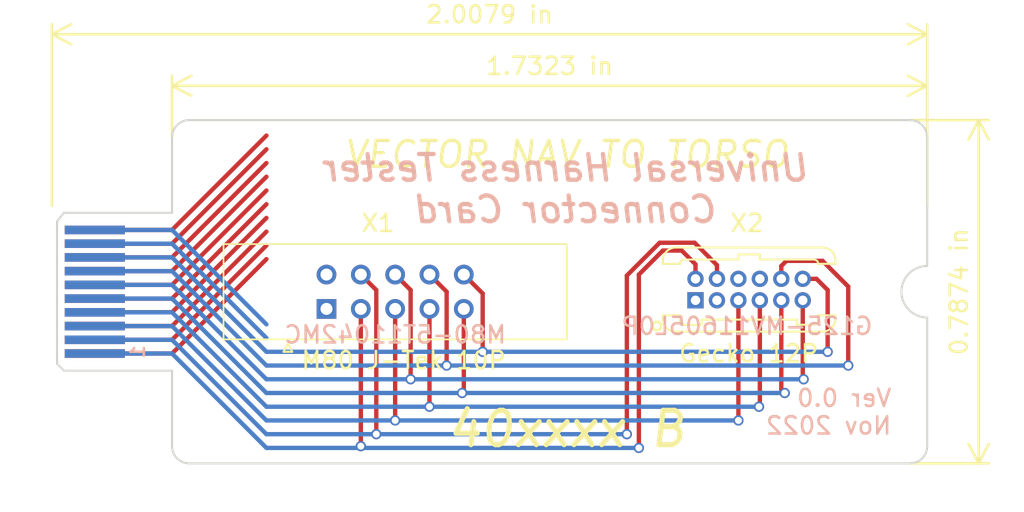
<source format=kicad_pcb>
(kicad_pcb (version 20171130) (host pcbnew "(5.1.10)-1")

  (general
    (thickness 1.6)
    (drawings 12)
    (tracks 117)
    (zones 0)
    (modules 3)
    (nets 9)
  )

  (page A)
  (title_block
    (title "Beetje 32U4 Blok")
    (date 2018-08-10)
    (rev 0.0)
    (company www.MakersBox.us)
    (comment 1 648.ken@gmail.com)
  )

  (layers
    (0 F.Cu signal)
    (31 B.Cu signal)
    (32 B.Adhes user)
    (33 F.Adhes user)
    (34 B.Paste user)
    (35 F.Paste user)
    (36 B.SilkS user hide)
    (37 F.SilkS user)
    (38 B.Mask user)
    (39 F.Mask user)
    (40 Dwgs.User user)
    (41 Cmts.User user)
    (42 Eco1.User user)
    (43 Eco2.User user)
    (44 Edge.Cuts user)
    (45 Margin user)
    (46 B.CrtYd user hide)
    (47 F.CrtYd user)
    (48 B.Fab user hide)
    (49 F.Fab user)
  )

  (setup
    (last_trace_width 0.25)
    (user_trace_width 0.254)
    (user_trace_width 0.3048)
    (user_trace_width 0.3556)
    (user_trace_width 0.4064)
    (user_trace_width 0.6096)
    (trace_clearance 0.2)
    (zone_clearance 0.35)
    (zone_45_only no)
    (trace_min 0.2)
    (via_size 0.6)
    (via_drill 0.4)
    (via_min_size 0.4)
    (via_min_drill 0.3)
    (uvia_size 0.3)
    (uvia_drill 0.1)
    (uvias_allowed no)
    (uvia_min_size 0.2)
    (uvia_min_drill 0.1)
    (edge_width 0.15)
    (segment_width 0.2)
    (pcb_text_width 0.3)
    (pcb_text_size 1.5 1.5)
    (mod_edge_width 0.15)
    (mod_text_size 1 1)
    (mod_text_width 0.15)
    (pad_size 0.5 3.500001)
    (pad_drill 0)
    (pad_to_mask_clearance 0)
    (aux_axis_origin 0 0)
    (grid_origin 137 87)
    (visible_elements 7FFFFFFF)
    (pcbplotparams
      (layerselection 0x010f0_80000001)
      (usegerberextensions false)
      (usegerberattributes true)
      (usegerberadvancedattributes true)
      (creategerberjobfile true)
      (excludeedgelayer true)
      (linewidth 0.100000)
      (plotframeref false)
      (viasonmask false)
      (mode 1)
      (useauxorigin false)
      (hpglpennumber 1)
      (hpglpenspeed 20)
      (hpglpendiameter 15.000000)
      (psnegative false)
      (psa4output false)
      (plotreference true)
      (plotvalue true)
      (plotinvisibletext false)
      (padsonsilk false)
      (subtractmaskfromsilk false)
      (outputformat 1)
      (mirror false)
      (drillshape 0)
      (scaleselection 1)
      (outputdirectory "gerbers/"))
  )

  (net 0 "")
  (net 1 /01)
  (net 2 /02)
  (net 3 /04)
  (net 4 /05)
  (net 5 /06)
  (net 6 /07)
  (net 7 /08)
  (net 8 /03)

  (net_class Default "This is the default net class."
    (clearance 0.2)
    (trace_width 0.25)
    (via_dia 0.6)
    (via_drill 0.4)
    (uvia_dia 0.3)
    (uvia_drill 0.1)
    (add_net /01)
    (add_net /02)
    (add_net /03)
    (add_net /04)
    (add_net /05)
    (add_net /06)
    (add_net /07)
    (add_net /08)
  )

  (module footprints:Harwin_Gecko-G125-MVX1205L0X_2x06_P1.25mm_Vertical (layer F.Cu) (tedit 63711ABB) (tstamp 6371DCCC)
    (at 147.5 87.5)
    (descr "Harwin Gecko Connector, 12 pins, dual row male, vertical entry, no latches, PN:G125-MVX1205L0X")
    (tags "connector harwin gecko")
    (path /6374F9C9)
    (fp_text reference X2 (at 3 -4.5) (layer F.SilkS)
      (effects (font (size 1 1) (thickness 0.15)))
    )
    (fp_text value "Gecko 12P" (at 3.1 3.1) (layer F.SilkS)
      (effects (font (size 1 1) (thickness 0.15)))
    )
    (fp_line (start 0.3 0.85) (end 0 0.25) (layer F.Fab) (width 0.1))
    (fp_line (start -0.3 0.85) (end 0.3 0.85) (layer F.Fab) (width 0.1))
    (fp_line (start 0 0.25) (end -0.3 0.85) (layer F.Fab) (width 0.1))
    (fp_line (start 8.65 -3.58) (end -2.4 -3.58) (layer F.CrtYd) (width 0.05))
    (fp_line (start 8.65 -2.58) (end 8.65 -3.58) (layer F.CrtYd) (width 0.05))
    (fp_line (start -2.4 -2.58) (end 8.65 -2.58) (layer F.CrtYd) (width 0.05))
    (fp_line (start -2.4 -3.58) (end -2.4 -2.58) (layer F.CrtYd) (width 0.05))
    (fp_line (start 7.15 1.175) (end 7.15 0.875) (layer F.Fab) (width 0.1))
    (fp_line (start -0.9 1.175) (end -0.9 0.875) (layer F.Fab) (width 0.1))
    (fp_line (start -0.9 0.875) (end -0.9 0.875) (layer F.Fab) (width 0.1))
    (fp_line (start -1.9 0.875) (end -0.9 0.875) (layer F.Fab) (width 0.1))
    (fp_line (start -1.9 1.075) (end -1.9 0.875) (layer F.Fab) (width 0.1))
    (fp_line (start 7.15 0.875) (end 7.15 0.875) (layer F.Fab) (width 0.1))
    (fp_line (start 8.15 0.875) (end 7.15 0.875) (layer F.Fab) (width 0.1))
    (fp_line (start 8.15 1.075) (end 8.15 0.875) (layer F.Fab) (width 0.1))
    (fp_line (start 7.15 -2.125) (end 7.15 -2.125) (layer F.Fab) (width 0.1))
    (fp_line (start 8.15 -2.125) (end 7.15 -2.125) (layer F.Fab) (width 0.1))
    (fp_line (start 8.15 -2.325) (end 8.15 -2.125) (layer F.Fab) (width 0.1))
    (fp_line (start -0.9 -2.125) (end -0.9 -2.125) (layer F.Fab) (width 0.1))
    (fp_line (start -1.9 -2.125) (end -0.9 -2.125) (layer F.Fab) (width 0.1))
    (fp_line (start -1.9 -2.325) (end -1.9 -2.125) (layer F.Fab) (width 0.1))
    (fp_line (start 3.75 -2.375) (end 6.9 -2.375) (layer F.Fab) (width 0.1))
    (fp_line (start 3.75 -2.675) (end 3.75 -2.375) (layer F.Fab) (width 0.1))
    (fp_line (start 2.5 -2.675) (end 3.75 -2.675) (layer F.Fab) (width 0.1))
    (fp_line (start 2.5 -2.375) (end 2.5 -2.675) (layer F.Fab) (width 0.1))
    (fp_line (start -0.65 -2.375) (end 2.5 -2.375) (layer F.Fab) (width 0.1))
    (fp_line (start 5.9 1.425) (end 6.9 1.425) (layer F.Fab) (width 0.1))
    (fp_line (start 5.9 1.125) (end 5.9 1.425) (layer F.Fab) (width 0.1))
    (fp_line (start 0.35 1.125) (end 5.9 1.125) (layer F.Fab) (width 0.1))
    (fp_line (start 0.35 1.425) (end 0.35 1.125) (layer F.Fab) (width 0.1))
    (fp_line (start -0.65 1.425) (end 0.35 1.425) (layer F.Fab) (width 0.1))
    (fp_line (start -1.15 1.825) (end 7.4 1.825) (layer F.Fab) (width 0.1))
    (fp_line (start -1.15 -3.075) (end 7.4 -3.075) (layer F.Fab) (width 0.1))
    (fp_line (start 7.15 1.175) (end 7.15 0.875) (layer F.SilkS) (width 0.12))
    (fp_line (start -0.9 1.175) (end -0.9 0.875) (layer F.SilkS) (width 0.12))
    (fp_line (start -0.9 0.875) (end -0.9 0.875) (layer F.SilkS) (width 0.12))
    (fp_line (start -1.9 0.875) (end -0.9 0.875) (layer F.SilkS) (width 0.12))
    (fp_line (start -1.9 1.075) (end -1.9 0.875) (layer F.SilkS) (width 0.12))
    (fp_line (start 7.15 0.875) (end 7.15 0.875) (layer F.SilkS) (width 0.12))
    (fp_line (start 8.15 0.875) (end 7.15 0.875) (layer F.SilkS) (width 0.12))
    (fp_line (start 8.15 1.075) (end 8.15 0.875) (layer F.SilkS) (width 0.12))
    (fp_line (start 7.15 -2.125) (end 7.15 -2.125) (layer F.SilkS) (width 0.12))
    (fp_line (start 8.15 -2.125) (end 7.15 -2.125) (layer F.SilkS) (width 0.12))
    (fp_line (start 8.15 -2.325) (end 8.15 -2.125) (layer F.SilkS) (width 0.12))
    (fp_line (start -0.9 -2.125) (end -0.9 -2.125) (layer F.SilkS) (width 0.12))
    (fp_line (start -1.9 -2.125) (end -0.9 -2.125) (layer F.SilkS) (width 0.12))
    (fp_line (start -1.9 -2.325) (end -1.9 -2.125) (layer F.SilkS) (width 0.12))
    (fp_line (start 3.75 -2.375) (end 6.9 -2.375) (layer F.SilkS) (width 0.12))
    (fp_line (start 3.75 -2.675) (end 3.75 -2.375) (layer F.SilkS) (width 0.12))
    (fp_line (start 2.5 -2.675) (end 3.75 -2.675) (layer F.SilkS) (width 0.12))
    (fp_line (start 2.5 -2.375) (end 2.5 -2.675) (layer F.SilkS) (width 0.12))
    (fp_line (start -0.65 -2.375) (end 2.5 -2.375) (layer F.SilkS) (width 0.12))
    (fp_line (start 5.9 1.425) (end 6.9 1.425) (layer F.SilkS) (width 0.12))
    (fp_line (start 5.9 1.125) (end 5.9 1.425) (layer F.SilkS) (width 0.12))
    (fp_line (start 0.35 1.125) (end 5.9 1.125) (layer F.SilkS) (width 0.12))
    (fp_line (start 0.35 1.425) (end 0.35 1.125) (layer F.SilkS) (width 0.12))
    (fp_line (start -0.65 1.425) (end 0.35 1.425) (layer F.SilkS) (width 0.12))
    (fp_line (start -1.15 1.825) (end 7.4 1.825) (layer F.SilkS) (width 0.12))
    (fp_line (start -1.15 -3.075) (end 7.4 -3.075) (layer F.SilkS) (width 0.12))
    (fp_circle (center -2.25 1.5) (end -2 1.5) (layer F.SilkS) (width 0.15))
    (fp_text user G125-MV11605L0P (at 3 1.5) (layer B.SilkS)
      (effects (font (size 1 1) (thickness 0.15)) (justify mirror))
    )
    (fp_text user %R (at 3.125 0) (layer F.Fab)
      (effects (font (size 1 1) (thickness 0.15)))
    )
    (fp_arc (start -0.65 1.175) (end -0.65 1.425) (angle 90) (layer F.Fab) (width 0.1))
    (fp_arc (start 6.9 1.175) (end 7.15 1.175) (angle 90) (layer F.Fab) (width 0.1))
    (fp_arc (start 6.9 -2.125) (end 6.9 -2.375) (angle 90) (layer F.Fab) (width 0.1))
    (fp_arc (start -0.65 -2.125) (end -0.9 -2.125) (angle 90) (layer F.Fab) (width 0.1))
    (fp_arc (start -1.15 1.075) (end -1.15 1.825) (angle 90) (layer F.Fab) (width 0.1))
    (fp_arc (start 7.4 1.075) (end 8.15 1.075) (angle 90) (layer F.Fab) (width 0.1))
    (fp_arc (start 7.4 -2.325) (end 7.4 -3.075) (angle 90) (layer F.Fab) (width 0.1))
    (fp_arc (start -1.15 -2.325) (end -1.9 -2.325) (angle 90) (layer F.Fab) (width 0.1))
    (fp_arc (start -0.65 1.175) (end -0.65 1.425) (angle 90) (layer F.SilkS) (width 0.12))
    (fp_arc (start 6.9 1.175) (end 7.15 1.175) (angle 90) (layer F.SilkS) (width 0.12))
    (fp_arc (start 6.9 -2.125) (end 6.9 -2.375) (angle 90) (layer F.SilkS) (width 0.12))
    (fp_arc (start -0.65 -2.125) (end -0.9 -2.125) (angle 90) (layer F.SilkS) (width 0.12))
    (fp_arc (start -1.15 1.075) (end -1.15 1.825) (angle 90) (layer F.SilkS) (width 0.12))
    (fp_arc (start 7.4 1.075) (end 8.15 1.075) (angle 90) (layer F.SilkS) (width 0.12))
    (fp_arc (start 7.4 -2.325) (end 7.4 -3.075) (angle 90) (layer F.SilkS) (width 0.12))
    (fp_arc (start -1.15 -2.325) (end -1.9 -2.325) (angle 90) (layer F.SilkS) (width 0.12))
    (pad 12 thru_hole circle (at 6.25 -1.25) (size 0.95 0.95) (drill 0.55) (layers *.Cu *.Mask)
      (net 7 /08))
    (pad 11 thru_hole circle (at 5 -1.25) (size 0.95 0.95) (drill 0.55) (layers *.Cu *.Mask)
      (net 6 /07))
    (pad 10 thru_hole circle (at 3.75 -1.25) (size 0.95 0.95) (drill 0.55) (layers *.Cu *.Mask))
    (pad 9 thru_hole circle (at 2.5 -1.25) (size 0.95 0.95) (drill 0.55) (layers *.Cu *.Mask))
    (pad 8 thru_hole circle (at 1.25 -1.25) (size 0.95 0.95) (drill 0.55) (layers *.Cu *.Mask)
      (net 2 /02))
    (pad 7 thru_hole circle (at 0 -1.25) (size 0.95 0.95) (drill 0.55) (layers *.Cu *.Mask)
      (net 1 /01))
    (pad 6 thru_hole circle (at 6.25 0) (size 0.95 0.95) (drill 0.55) (layers *.Cu *.Mask)
      (net 5 /06))
    (pad 5 thru_hole circle (at 5 0) (size 0.95 0.95) (drill 0.55) (layers *.Cu *.Mask)
      (net 4 /05))
    (pad 4 thru_hole circle (at 3.75 0) (size 0.95 0.95) (drill 0.55) (layers *.Cu *.Mask)
      (net 3 /04))
    (pad 3 thru_hole circle (at 2.5 0) (size 0.95 0.95) (drill 0.55) (layers *.Cu *.Mask)
      (net 8 /03))
    (pad 2 thru_hole circle (at 1.25 0) (size 0.95 0.95) (drill 0.55) (layers *.Cu *.Mask))
    (pad 1 thru_hole rect (at 0 0) (size 0.95 0.95) (drill 0.55) (layers *.Cu *.Mask))
    (model ${KIPRJMOD}/3D/G125-MV11205L0P.stp
      (offset (xyz 3 0.5 1.5))
      (scale (xyz 1 1 1))
      (rotate (xyz -90 0 0))
    )
  )

  (module footprints:M80-5T110YYMC (layer F.Cu) (tedit 6371191E) (tstamp 6371DC6F)
    (at 126 88)
    (descr M80-5T110YYMC)
    (tags Connector)
    (path /638CCD3C)
    (fp_text reference X1 (at 3 -5) (layer F.SilkS)
      (effects (font (size 1 1) (thickness 0.15)))
    )
    (fp_text value "M80 J-Tek 10P" (at 4.5 3) (layer F.SilkS)
      (effects (font (size 1 1) (thickness 0.15)))
    )
    (fp_line (start -7 2.775) (end -7 -4.775) (layer F.CrtYd) (width 0.05))
    (fp_line (start 15 2.775) (end -7 2.775) (layer F.CrtYd) (width 0.05))
    (fp_line (start 15 -4.775) (end 15 2.775) (layer F.CrtYd) (width 0.05))
    (fp_line (start -7 -4.775) (end 15 -4.775) (layer F.CrtYd) (width 0.05))
    (fp_line (start -6 1.775) (end -6 -3.775) (layer F.SilkS) (width 0.1))
    (fp_line (start 14 1.775) (end -6 1.775) (layer F.SilkS) (width 0.1))
    (fp_line (start 14 -3.775) (end 14 1.775) (layer F.SilkS) (width 0.1))
    (fp_line (start -6 -3.775) (end 14 -3.775) (layer F.SilkS) (width 0.1))
    (fp_line (start -6 1.775) (end -6 -3.775) (layer F.Fab) (width 0.2))
    (fp_line (start 14 1.775) (end -6 1.775) (layer F.Fab) (width 0.2))
    (fp_line (start 14 -3.775) (end 14 1.775) (layer F.Fab) (width 0.2))
    (fp_line (start -6 -3.775) (end 14 -3.775) (layer F.Fab) (width 0.2))
    (fp_line (start -2.25 2) (end -2.5 2.5) (layer F.SilkS) (width 0.12))
    (fp_line (start -2.5 2.5) (end -2 2.5) (layer F.SilkS) (width 0.12))
    (fp_line (start -2 2.5) (end -2.25 2) (layer F.SilkS) (width 0.12))
    (fp_text user M80-5T11042MC (at 4 1.5) (layer B.SilkS)
      (effects (font (size 1 1) (thickness 0.15)) (justify mirror))
    )
    (fp_text user %R (at 3 -5) (layer F.Fab)
      (effects (font (size 1 1) (thickness 0.15)))
    )
    (pad 10 thru_hole circle (at 8 -2) (size 1.15 1.15) (drill 0.7) (layers *.Cu *.Mask)
      (net 7 /08))
    (pad 9 thru_hole circle (at 6 -2) (size 1.15 1.15) (drill 0.7) (layers *.Cu *.Mask)
      (net 6 /07))
    (pad 8 thru_hole circle (at 4 -2) (size 1.15 1.15) (drill 0.7) (layers *.Cu *.Mask)
      (net 5 /06))
    (pad 7 thru_hole circle (at 2 -2) (size 1.15 1.15) (drill 0.7) (layers *.Cu *.Mask)
      (net 2 /02))
    (pad 6 thru_hole circle (at 0 -2) (size 1.15 1.15) (drill 0.7) (layers *.Cu *.Mask))
    (pad 5 thru_hole circle (at 8 0) (size 1.15 1.15) (drill 0.7) (layers *.Cu *.Mask)
      (net 4 /05))
    (pad 4 thru_hole circle (at 6 0) (size 1.15 1.15) (drill 0.7) (layers *.Cu *.Mask)
      (net 3 /04))
    (pad 3 thru_hole circle (at 4 0) (size 1.15 1.15) (drill 0.7) (layers *.Cu *.Mask)
      (net 8 /03))
    (pad 2 thru_hole circle (at 2 0) (size 1.15 1.15) (drill 0.7) (layers *.Cu *.Mask)
      (net 1 /01))
    (pad 1 thru_hole rect (at 0 0) (size 1.15 1.15) (drill 0.7) (layers *.Cu *.Mask))
    (model ${KIPRJMOD}/3D/M80-5T11042MC.stp
      (offset (xyz 4 1 2))
      (scale (xyz 1 1 1))
      (rotate (xyz -90 0 0))
    )
  )

  (module footprints:MEC8_card locked (layer F.Cu) (tedit 63706177) (tstamp 63714F1F)
    (at 112.5 87 90)
    (descr "0.8mm RIGHT ANGLE EDGE CARD ASSEMBLY.")
    (path /63BB3F50)
    (fp_text reference J0 (at 0 -3.5 90) (layer F.SilkS) hide
      (effects (font (size 0.788457 0.788457) (thickness 0.15)))
    )
    (fp_text value Edge (at -0.1 -4.8 90) (layer F.Fab)
      (effects (font (size 0.787685 0.787685) (thickness 0.15)))
    )
    (fp_line (start 4.6 -1.8) (end 4.6 4.5) (layer Edge.Cuts) (width 0.12))
    (fp_line (start -4.6 -1.8) (end -4.6 4.5) (layer Edge.Cuts) (width 0.12))
    (fp_line (start 4.1 -2.2) (end -4.2 -2.2) (layer Edge.Cuts) (width 0.12))
    (fp_line (start 4.6 -1.8) (end 4.1 -2.2) (layer Edge.Cuts) (width 0.12))
    (fp_line (start -4.6 -1.8) (end -4.2 -2.2) (layer Edge.Cuts) (width 0.12))
    (fp_line (start -10 5.5) (end -10 47.5) (layer Edge.Cuts) (width 0.12))
    (fp_line (start -4.6 4.5) (end -9 4.5) (layer Edge.Cuts) (width 0.12))
    (fp_line (start 4.6 4.5) (end 9 4.5) (layer Edge.Cuts) (width 0.12))
    (fp_line (start 10 47.5) (end 10 5.5) (layer Edge.Cuts) (width 0.12))
    (fp_line (start 9 48.5) (end 1.5 48.5) (layer Edge.Cuts) (width 0.12))
    (fp_line (start -9 48.5) (end -1.5 48.5) (layer Edge.Cuts) (width 0.12))
    (fp_line (start -3.6 -1.75) (end 3.6 -1.75) (layer Dwgs.User) (width 0.12))
    (fp_line (start 0 50.5) (end 0 45.42) (layer Dwgs.User) (width 0.12))
    (fp_text user 1 (at -3.5 2.5 90) (layer B.SilkS)
      (effects (font (size 0.788882 0.788882) (thickness 0.15)) (justify mirror))
    )
    (fp_arc (start 0 48.5) (end 1.5 48.5) (angle -180) (layer Edge.Cuts) (width 0.12))
    (fp_arc (start -9 47.5) (end -10 47.5) (angle -90) (layer Edge.Cuts) (width 0.12))
    (fp_arc (start 9 47.5) (end 9 48.5) (angle -90) (layer Edge.Cuts) (width 0.12))
    (fp_arc (start -9 5.5) (end -9 4.5) (angle -90) (layer Edge.Cuts) (width 0.12))
    (fp_arc (start 9 5.5) (end 10 5.5) (angle -90) (layer Edge.Cuts) (width 0.12))
    (pad 20 smd rect (at 3.6 0 90) (size 0.5 3.5) (layers F.Cu F.Paste F.Mask))
    (pad 11 smd rect (at -3.6 0 90) (size 0.5 3.5) (layers F.Cu F.Paste F.Mask))
    (pad 12 smd rect (at -2.8 0 90) (size 0.5 3.5) (layers F.Cu F.Paste F.Mask))
    (pad 13 smd rect (at -2 0 90) (size 0.5 3.500001) (layers F.Cu F.Paste F.Mask))
    (pad 14 smd rect (at -1.2 0 90) (size 0.5 3.5) (layers F.Cu F.Paste F.Mask))
    (pad 15 smd rect (at -0.4 0 90) (size 0.5 3.5) (layers F.Cu F.Paste F.Mask))
    (pad 16 smd rect (at 0.4 0 90) (size 0.5 3.5) (layers F.Cu F.Paste F.Mask))
    (pad 17 smd rect (at 1.2 0 90) (size 0.5 3.5) (layers F.Cu F.Paste F.Mask))
    (pad 18 smd rect (at 2 0 90) (size 0.5 3.5) (layers F.Cu F.Paste F.Mask))
    (pad 19 smd rect (at 2.8 0 90) (size 0.5 3.5) (layers F.Cu F.Paste F.Mask))
    (pad 1 smd rect (at -3.6 0 90) (size 0.5 3.5) (layers B.Cu B.Paste B.Mask)
      (net 1 /01))
    (pad 2 smd rect (at -2.8 0 90) (size 0.5 3.5) (layers B.Cu B.Paste B.Mask)
      (net 2 /02))
    (pad 3 smd rect (at -2 0 90) (size 0.5 3.5) (layers B.Cu B.Paste B.Mask)
      (net 8 /03))
    (pad 4 smd rect (at -1.2 0 90) (size 0.5 3.5) (layers B.Cu B.Paste B.Mask)
      (net 3 /04))
    (pad 5 smd rect (at -0.4 0 90) (size 0.5 3.5) (layers B.Cu B.Paste B.Mask)
      (net 4 /05))
    (pad 6 smd rect (at 0.4 0 90) (size 0.5 3.5) (layers B.Cu B.Paste B.Mask)
      (net 5 /06))
    (pad 7 smd rect (at 1.2 0 90) (size 0.5 3.5) (layers B.Cu B.Paste B.Mask)
      (net 6 /07))
    (pad 8 smd rect (at 2 0 90) (size 0.5 3.5) (layers B.Cu B.Paste B.Mask)
      (net 7 /08))
    (pad 9 smd rect (at 2.8 0 90) (size 0.5 3.5) (layers B.Cu B.Paste B.Mask))
    (pad 10 smd rect (at 3.6 0 90) (size 0.5 3.5) (layers B.Cu B.Paste B.Mask))
  )

  (gr_line (start 122.5 96.5) (end 122.5 77.5) (layer Dwgs.User) (width 0.15))
  (gr_line (start 117 91) (end 117 83) (layer Dwgs.User) (width 0.15))
  (gr_text G125-MV11605L0P (at 151 99) (layer Dwgs.User)
    (effects (font (size 1 1) (thickness 0.15)))
  )
  (gr_text M80-5T11042MC (at 132 99) (layer Dwgs.User)
    (effects (font (size 1 1) (thickness 0.15)))
  )
  (gr_text "VECTOR NAV TO TORSO" (at 140 79) (layer F.SilkS) (tstamp 6371EF40)
    (effects (font (size 1.5 1.5) (thickness 0.2) italic))
  )
  (gr_line (start 157 87) (end 121 87) (layer Dwgs.User) (width 0.15))
  (gr_text "Universal Harness Tester\nConnector Card" (at 140 81) (layer B.SilkS)
    (effects (font (size 1.5 1.5) (thickness 0.25) italic) (justify mirror))
  )
  (gr_text "Ver 0.0\nNov 2022" (at 159 94) (layer B.SilkS)
    (effects (font (size 1 1) (thickness 0.15)) (justify left mirror))
  )
  (gr_text "40xxxx B" (at 140 95) (layer F.SilkS)
    (effects (font (size 2 2) (thickness 0.3) italic))
  )
  (dimension 51 (width 0.15) (layer F.SilkS) (tstamp 6371AC91)
    (gr_text "51 mm" (at 135.5 70.7) (layer F.SilkS) (tstamp 6371AC91)
      (effects (font (size 1 1) (thickness 0.15)))
    )
    (feature1 (pts (xy 110 82) (xy 110 71.413579)))
    (feature2 (pts (xy 161 82) (xy 161 71.413579)))
    (crossbar (pts (xy 161 72) (xy 110 72)))
    (arrow1a (pts (xy 110 72) (xy 111.126504 71.413579)))
    (arrow1b (pts (xy 110 72) (xy 111.126504 72.586421)))
    (arrow2a (pts (xy 161 72) (xy 159.873496 71.413579)))
    (arrow2b (pts (xy 161 72) (xy 159.873496 72.586421)))
  )
  (dimension 44 (width 0.15) (layer F.SilkS) (tstamp 63716C7C)
    (gr_text "44 mm" (at 139 73.7) (layer F.SilkS) (tstamp 63716C7C)
      (effects (font (size 1 1) (thickness 0.15)))
    )
    (feature1 (pts (xy 117 78) (xy 117 74.413579)))
    (feature2 (pts (xy 161 78) (xy 161 74.413579)))
    (crossbar (pts (xy 161 75) (xy 117 75)))
    (arrow1a (pts (xy 117 75) (xy 118.126504 74.413579)))
    (arrow1b (pts (xy 117 75) (xy 118.126504 75.586421)))
    (arrow2a (pts (xy 161 75) (xy 159.873496 74.413579)))
    (arrow2b (pts (xy 161 75) (xy 159.873496 75.586421)))
  )
  (dimension 20 (width 0.15) (layer F.SilkS)
    (gr_text "20 mm" (at 165.3 87 -90) (layer F.SilkS)
      (effects (font (size 1 1) (thickness 0.15)))
    )
    (feature1 (pts (xy 160 97) (xy 164.586421 97)))
    (feature2 (pts (xy 160 77) (xy 164.586421 77)))
    (crossbar (pts (xy 164 77) (xy 164 97)))
    (arrow1a (pts (xy 164 97) (xy 163.413579 95.873496)))
    (arrow1b (pts (xy 164 97) (xy 164.586421 95.873496)))
    (arrow2a (pts (xy 164 77) (xy 163.413579 78.126504)))
    (arrow2b (pts (xy 164 77) (xy 164.586421 78.126504)))
  )

  (segment (start 112.5 83.4) (end 117 83.4) (width 0.254) (layer F.Cu) (net 0) (status 10))
  (segment (start 112.5 84.2) (end 117 84.2) (width 0.254) (layer F.Cu) (net 0) (status 10))
  (segment (start 112.5 90.6) (end 117 90.6) (width 0.254) (layer F.Cu) (net 0) (status 10))
  (segment (start 117 90.6) (end 122.5 85.1) (width 0.254) (layer F.Cu) (net 0))
  (segment (start 117 83.4) (end 122.5 77.9) (width 0.254) (layer F.Cu) (net 0))
  (segment (start 117 84.2) (end 122.5 78.7) (width 0.254) (layer F.Cu) (net 0))
  (segment (start 112.5 83.4) (end 117 83.4) (width 0.254) (layer B.Cu) (net 0))
  (segment (start 117 83.4) (end 122.5 88.9) (width 0.254) (layer B.Cu) (net 0))
  (segment (start 112.5 85) (end 117 85) (width 0.254) (layer F.Cu) (net 0))
  (segment (start 117 85) (end 122.5 79.5) (width 0.254) (layer F.Cu) (net 0))
  (segment (start 112.5 85.8) (end 117 85.8) (width 0.254) (layer F.Cu) (net 0))
  (segment (start 117 85.8) (end 122.5 80.3) (width 0.254) (layer F.Cu) (net 0))
  (segment (start 112.5 86.6) (end 117 86.6) (width 0.254) (layer F.Cu) (net 0))
  (segment (start 117 86.6) (end 122.5 81.1) (width 0.254) (layer F.Cu) (net 0))
  (segment (start 112.5 87.4) (end 117 87.4) (width 0.254) (layer F.Cu) (net 0))
  (segment (start 117 87.4) (end 122.5 81.9) (width 0.254) (layer F.Cu) (net 0))
  (segment (start 112.5 88.2) (end 117 88.2) (width 0.254) (layer F.Cu) (net 0))
  (segment (start 117 88.2) (end 122.5 82.7) (width 0.254) (layer F.Cu) (net 0))
  (segment (start 112.5 89) (end 117 89) (width 0.254) (layer F.Cu) (net 0))
  (segment (start 117 89) (end 122.5 83.5) (width 0.254) (layer F.Cu) (net 0))
  (segment (start 112.5 89.8) (end 117 89.8) (width 0.254) (layer F.Cu) (net 0))
  (segment (start 117 89.8) (end 122.5 84.3) (width 0.254) (layer F.Cu) (net 0))
  (segment (start 112.5 84.2) (end 117 84.2) (width 0.254) (layer B.Cu) (net 0))
  (segment (start 117 84.2) (end 122.5 89.7) (width 0.254) (layer B.Cu) (net 0))
  (via (at 128 96) (size 0.6) (drill 0.4) (layers F.Cu B.Cu) (net 1))
  (segment (start 128 88) (end 128 96) (width 0.254) (layer F.Cu) (net 1))
  (segment (start 127.9 96.1) (end 128 96) (width 0.254) (layer B.Cu) (net 1))
  (segment (start 122.5 96.1) (end 127.9 96.1) (width 0.254) (layer B.Cu) (net 1))
  (segment (start 117 90.6) (end 122.5 96.1) (width 0.254) (layer B.Cu) (net 1))
  (segment (start 112.5 90.6) (end 117 90.6) (width 0.254) (layer B.Cu) (net 1))
  (segment (start 147.5 86.25) (end 147.5 85.4) (width 0.254) (layer F.Cu) (net 1))
  (segment (start 147.5 85.4) (end 146.8 84.7) (width 0.254) (layer F.Cu) (net 1))
  (segment (start 146.8 84.7) (end 146.7 84.6) (width 0.254) (layer F.Cu) (net 1))
  (segment (start 146.7 84.6) (end 145.6 84.6) (width 0.254) (layer F.Cu) (net 1))
  (via (at 144.2 96.1) (size 0.6) (drill 0.4) (layers F.Cu B.Cu) (net 1))
  (segment (start 144.2 86) (end 144.2 96.1) (width 0.254) (layer F.Cu) (net 1))
  (segment (start 145.6 84.6) (end 144.2 86) (width 0.254) (layer F.Cu) (net 1))
  (segment (start 128.1 96.1) (end 128 96) (width 0.254) (layer B.Cu) (net 1))
  (segment (start 144.2 96.1) (end 128.1 96.1) (width 0.254) (layer B.Cu) (net 1))
  (segment (start 112.5 89.8) (end 117 89.8) (width 0.254) (layer B.Cu) (net 2))
  (segment (start 117 89.8) (end 122.5 95.3) (width 0.254) (layer B.Cu) (net 2))
  (via (at 128.9 95.3) (size 0.6) (drill 0.4) (layers F.Cu B.Cu) (net 2))
  (segment (start 128.902001 95.297999) (end 128.9 95.3) (width 0.254) (layer F.Cu) (net 2))
  (segment (start 128.902001 86.902001) (end 128.902001 95.297999) (width 0.254) (layer F.Cu) (net 2))
  (segment (start 128 86) (end 128.902001 86.902001) (width 0.254) (layer F.Cu) (net 2))
  (segment (start 128.9 95.3) (end 122.5 95.3) (width 0.254) (layer B.Cu) (net 2))
  (segment (start 148.75 86.25) (end 148.75 85.45) (width 0.254) (layer F.Cu) (net 2))
  (via (at 143.5 95.3) (size 0.6) (drill 0.4) (layers F.Cu B.Cu) (net 2))
  (segment (start 143.5 86.057933) (end 143.5 95.3) (width 0.254) (layer F.Cu) (net 2))
  (segment (start 145.411943 84.14599) (end 143.5 86.057933) (width 0.254) (layer F.Cu) (net 2))
  (segment (start 147.44599 84.14599) (end 145.411943 84.14599) (width 0.254) (layer F.Cu) (net 2))
  (segment (start 148.75 85.45) (end 147.44599 84.14599) (width 0.254) (layer F.Cu) (net 2))
  (segment (start 143.5 95.3) (end 128.9 95.3) (width 0.254) (layer B.Cu) (net 2))
  (segment (start 112.5 88.2) (end 117 88.2) (width 0.254) (layer B.Cu) (net 3))
  (segment (start 117 88.2) (end 122.5 93.7) (width 0.254) (layer B.Cu) (net 3))
  (via (at 132 93.7) (size 0.6) (drill 0.4) (layers F.Cu B.Cu) (net 3))
  (segment (start 132 88) (end 132 93.7) (width 0.254) (layer F.Cu) (net 3))
  (segment (start 122.5 93.7) (end 132 93.7) (width 0.254) (layer B.Cu) (net 3))
  (via (at 151.2 93.7) (size 0.6) (drill 0.4) (layers F.Cu B.Cu) (net 3))
  (segment (start 151.25 93.65) (end 151.2 93.7) (width 0.254) (layer F.Cu) (net 3))
  (segment (start 151.25 87.5) (end 151.25 93.65) (width 0.254) (layer F.Cu) (net 3))
  (segment (start 151.2 93.7) (end 132 93.7) (width 0.254) (layer B.Cu) (net 3))
  (segment (start 112.5 87.4) (end 117 87.4) (width 0.254) (layer B.Cu) (net 4))
  (segment (start 117 87.4) (end 122.5 92.9) (width 0.254) (layer B.Cu) (net 4))
  (via (at 133.9 92.9) (size 0.6) (drill 0.4) (layers F.Cu B.Cu) (net 4))
  (segment (start 134 92.8) (end 133.9 92.9) (width 0.254) (layer F.Cu) (net 4))
  (segment (start 134 88) (end 134 92.8) (width 0.254) (layer F.Cu) (net 4))
  (segment (start 122.5 92.9) (end 133.9 92.9) (width 0.254) (layer B.Cu) (net 4))
  (via (at 152.7 92.9) (size 0.6) (drill 0.4) (layers F.Cu B.Cu) (net 4))
  (segment (start 152.5 92.7) (end 152.7 92.9) (width 0.254) (layer F.Cu) (net 4))
  (segment (start 152.5 87.5) (end 152.5 92.7) (width 0.254) (layer F.Cu) (net 4))
  (segment (start 152.7 92.9) (end 133.9 92.9) (width 0.254) (layer B.Cu) (net 4))
  (segment (start 112.5 86.6) (end 117 86.6) (width 0.254) (layer B.Cu) (net 5))
  (segment (start 117 86.6) (end 122.5 92.1) (width 0.254) (layer B.Cu) (net 5))
  (via (at 130.9 92.1) (size 0.6) (drill 0.4) (layers F.Cu B.Cu) (net 5))
  (segment (start 130.902001 86.902001) (end 130.902001 92.097999) (width 0.254) (layer F.Cu) (net 5))
  (segment (start 130.902001 92.097999) (end 130.9 92.1) (width 0.254) (layer F.Cu) (net 5))
  (segment (start 130 86) (end 130.902001 86.902001) (width 0.254) (layer F.Cu) (net 5))
  (segment (start 128.2 92.1) (end 130.9 92.1) (width 0.254) (layer B.Cu) (net 5))
  (segment (start 122.5 92.1) (end 128.2 92.1) (width 0.254) (layer B.Cu) (net 5))
  (via (at 153.8 92.1) (size 0.6) (drill 0.4) (layers F.Cu B.Cu) (net 5))
  (segment (start 153.75 92.05) (end 153.8 92.1) (width 0.254) (layer F.Cu) (net 5))
  (segment (start 153.75 87.5) (end 153.75 92.05) (width 0.254) (layer F.Cu) (net 5))
  (segment (start 153.8 92.1) (end 130.9 92.1) (width 0.254) (layer B.Cu) (net 5))
  (segment (start 112.5 85.8) (end 117 85.8) (width 0.254) (layer B.Cu) (net 6))
  (segment (start 117 85.8) (end 122.5 91.3) (width 0.254) (layer B.Cu) (net 6))
  (via (at 133 91.3) (size 0.6) (drill 0.4) (layers F.Cu B.Cu) (net 6))
  (segment (start 133 87) (end 133 91.3) (width 0.254) (layer F.Cu) (net 6))
  (segment (start 132 86) (end 133 87) (width 0.254) (layer F.Cu) (net 6))
  (segment (start 122.5 91.3) (end 133 91.3) (width 0.254) (layer B.Cu) (net 6))
  (segment (start 152.5 86.25) (end 152.5 85.5) (width 0.254) (layer F.Cu) (net 6))
  (segment (start 152.5 85.5) (end 152.8 85.2) (width 0.254) (layer F.Cu) (net 6))
  (segment (start 152.8 85.2) (end 154.9 85.2) (width 0.254) (layer F.Cu) (net 6))
  (via (at 156.4 91.3) (size 0.6) (drill 0.4) (layers F.Cu B.Cu) (net 6))
  (segment (start 156.4 86.7) (end 156.4 91.3) (width 0.254) (layer F.Cu) (net 6))
  (segment (start 154.9 85.2) (end 156.4 86.7) (width 0.254) (layer F.Cu) (net 6))
  (segment (start 156.4 91.3) (end 133 91.3) (width 0.254) (layer B.Cu) (net 6))
  (segment (start 112.5 85) (end 117 85) (width 0.254) (layer B.Cu) (net 7))
  (segment (start 117 85) (end 122.5 90.5) (width 0.254) (layer B.Cu) (net 7))
  (via (at 135.1 90.5) (size 0.6) (drill 0.4) (layers F.Cu B.Cu) (net 7))
  (segment (start 135.1 87.1) (end 135.1 90.5) (width 0.254) (layer F.Cu) (net 7))
  (segment (start 134 86) (end 135.1 87.1) (width 0.254) (layer F.Cu) (net 7))
  (segment (start 131.2 90.5) (end 135.1 90.5) (width 0.254) (layer B.Cu) (net 7))
  (segment (start 122.5 90.5) (end 131.2 90.5) (width 0.254) (layer B.Cu) (net 7))
  (segment (start 153.75 86.25) (end 154.55 86.25) (width 0.254) (layer F.Cu) (net 7))
  (via (at 155.2 90.5) (size 0.6) (drill 0.4) (layers F.Cu B.Cu) (net 7))
  (segment (start 155.2 86.9) (end 155.2 90.5) (width 0.254) (layer F.Cu) (net 7))
  (segment (start 154.55 86.25) (end 155.2 86.9) (width 0.254) (layer F.Cu) (net 7))
  (segment (start 155.2 90.5) (end 135.1 90.5) (width 0.254) (layer B.Cu) (net 7))
  (segment (start 112.5 89) (end 117 89) (width 0.254) (layer B.Cu) (net 8))
  (segment (start 117 89) (end 122.5 94.5) (width 0.254) (layer B.Cu) (net 8))
  (via (at 130 94.5) (size 0.6) (drill 0.4) (layers F.Cu B.Cu) (net 8))
  (segment (start 130 88) (end 130 94.5) (width 0.254) (layer F.Cu) (net 8))
  (segment (start 122.5 94.5) (end 130 94.5) (width 0.254) (layer B.Cu) (net 8))
  (via (at 150 94.5) (size 0.6) (drill 0.4) (layers F.Cu B.Cu) (net 8))
  (segment (start 150 87.5) (end 150 94.5) (width 0.254) (layer F.Cu) (net 8))
  (segment (start 150 94.5) (end 130 94.5) (width 0.254) (layer B.Cu) (net 8))

)

</source>
